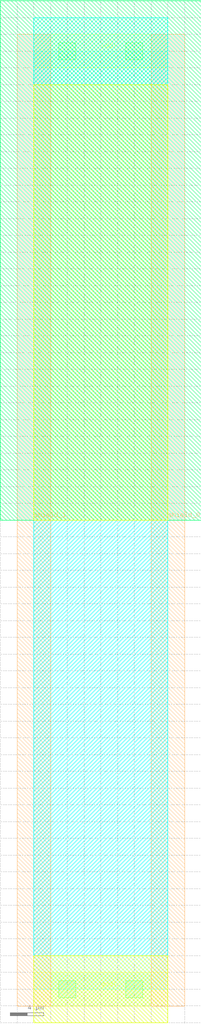
<source format=lef>
VERSION 5.3 ;
NAMESCASESENSITIVE ON ;
BUSBITCHARS "[]" ;
DIVIDERCHAR "/" ;
UNITS
  DATABASE MICRONS 1000 ;
END UNITS

LAYER nwell
  TYPE  MASTERSLICE ;
END nwell

LAYER nselect
  TYPE  MASTERSLICE ;
END nselect

LAYER pselect
  TYPE  MASTERSLICE ;
END pselect

LAYER pactive
  TYPE	MASTERSLICE ;
END pactive

LAYER nactive
  TYPE	MASTERSLICE ;
END nactive

LAYER poly
  TYPE	MASTERSLICE ;
END poly

LAYER cp
  TYPE	CUT ;
  SPACING	0.3 ;
END cp

LAYER ca
  TYPE	CUT ;
  SPACING	0.3 ;
END ca

LAYER metal1
  TYPE		ROUTING ;
  DIRECTION	HORIZONTAL ;
  PITCH		0.8  ;
  WIDTH		0.3 ;
  SPACING	0.3 ;
  RESISTANCE	RPERSQ 0 ;
  CAPACITANCE	CPERSQDIST 0 ;
  CURRENTDEN 0 ;
END metal1

LAYER via
  TYPE	CUT ;
  SPACING	0.3 ;
END via

LAYER metal2
  TYPE		ROUTING ;
  DIRECTION	VERTICAL ;
  PITCH		0.8  ;
  WIDTH		0.3 ;
  SPACING	0.3 ;
  RESISTANCE	RPERSQ 0 ;
  CAPACITANCE	CPERSQDIST 0 ;
  CURRENTDEN 0 ;
END metal2

LAYER via2
  TYPE	CUT ;
  SPACING	0.3 ;
END via2

LAYER metal3
  TYPE		ROUTING ;
  DIRECTION	HORIZONTAL ;
  PITCH		0.8  ;
  WIDTH		0.3 ;
  SPACING	0.3 ;
  RESISTANCE	RPERSQ 0 ;
  CAPACITANCE	CPERSQDIST 0 ;
  CURRENTDEN 0 ;
END metal3

LAYER LAYER42
  TYPE	MASTERSLICE ;
END LAYER42

LAYER LAYER44
  TYPE	MASTERSLICE ;
END LAYER44

LAYER LAYER45
  TYPE	MASTERSLICE ;
END LAYER45

LAYER text
  TYPE	VIRTUAL ;
END text

SPACING
  SAMENET metal1  metal1	0.3 ;
  SAMENET metal2  metal2	0.3 ;
  SAMENET metal3  metal3	0.3 ;
  SAMENET ca  ca	0.3 ;
  SAMENET ca  cp	0.3 ;
  SAMENET cp  cp	0.3 ;
  SAMENET ca  via	0.3 ;
  SAMENET cp  via	0.3 ;
  SAMENET via  via	0.3 ;
  SAMENET via2  via2	0.3 ;
  SAMENET via  via2	0.3 ;
END SPACING

VIA PTAP DEFAULT
  LAYER pactive ;
    RECT -0.200 -0.200 0.200 0.200 ;
  LAYER ca ;
    RECT -0.100 -0.100 0.100 0.100 ;
  LAYER metal1 ;
    RECT -0.200 -0.200 0.200 0.200 ;
END PTAP

VIA NTAP DEFAULT
  LAYER nactive ;
    RECT -0.200 -0.200 0.200 0.200 ;
  LAYER ca ;
    RECT -0.100 -0.100 0.100 0.100 ;
  LAYER metal1 ;
    RECT -0.200 -0.200 0.200 0.200 ;
END NTAP

VIA M1_POLY DEFAULT
  LAYER poly ;
    RECT -0.200 -0.200 0.200 0.200 ;
  LAYER cp ;
    RECT -0.100 -0.100 0.100 0.100 ;
  LAYER metal1 ;
    RECT -0.200 -0.200 0.200 0.200 ;
END M1_POLY

VIA M2_M1 DEFAULT
  LAYER metal1 ;
    RECT -0.200 -0.200 0.200 0.200 ;
  LAYER via ;
    RECT -0.100 -0.100 0.100 0.100 ;
  LAYER metal2 ;
    RECT -0.200 -0.200 0.200 0.200 ;
END M2_M1

VIA M3_M2 DEFAULT
  LAYER metal2 ;
    RECT -0.200 -0.200 0.200 0.200 ;
  LAYER via2 ;
    RECT -0.100 -0.100 0.100 0.100 ;
  LAYER metal3 ;
    RECT -0.200 -0.200 0.200 0.200 ;
END M3_M2


VIARULE VIAGEN12 GENERATE
  LAYER metal1 ;
    DIRECTION HORIZONTAL ;
    OVERHANG 0.10 ;
    METALOVERHANG 0 ;
  LAYER metal2 ;
    DIRECTION VERTICAL ;
    OVERHANG 0.10 ;
    METALOVERHANG 0 ;
  LAYER via ;
    RECT -0.10 -0.10 0.10 0.10 ;
    SPACING 0.8 BY 0.8 ;
END VIAGEN12

VIARULE VIAGEN23 GENERATE
  LAYER metal3 ;
    DIRECTION HORIZONTAL ;
    OVERHANG 0.10 ;
    METALOVERHANG 0 ;
  LAYER metal2 ;
    DIRECTION VERTICAL ;
    OVERHANG 0.10 ;
    METALOVERHANG 0 ;
  LAYER via2 ;
    RECT -0.10 -0.10 0.10 0.10 ;
    SPACING 0.8 BY 0.8 ;
END VIAGEN23

VIARULE Turn1 GENERATE
  LAYER metal1 ;
    DIRECTION HORIZONTAL ;
  LAYER metal1 ;
    DIRECTION VERTICAL ;
END Turn1

VIARULE Turn2 GENERATE
  LAYER metal2 ;
    DIRECTION HORIZONTAL ;
  LAYER metal2 ;
    DIRECTION VERTICAL ;
END Turn2

VIARULE Turn3 GENERATE
  LAYER metal3 ;
    DIRECTION HORIZONTAL ;
  LAYER metal3 ;
    DIRECTION VERTICAL ;
END Turn3

SITE  CoreSite
    CLASS       CORE ;
    SYMMETRY    Y ;
    SIZE        8.000 BY 118.000 ;
END  CoreSite

SITE  TDCoverSite
    CLASS       CORE ;
    SIZE        1.000 BY 1.000 ;
END  TDCoverSite

SITE  SBlockSite
    CLASS       CORE ;
    SIZE        1.000 BY 1.000 ;
END  SBlockSite

SITE  PortCellSite
    CLASS       PAD ;
    SIZE        1.000 BY 1.000 ;
END  PortCellSite

SITE  Core
    CLASS       CORE ;
    SYMMETRY    Y ;
    SIZE        8.000 BY 118.000 ;
END  Core

MACRO invload
  CLASS CORE ;
  FOREIGN invload -0.360 -2.270 ;
  ORIGIN 0.360 2.270 ;
  SIZE 11.520 BY 5.040 ;
  SYMMETRY X Y ;
  SITE CoreSite ;
  PIN vdd!
    DIRECTION INOUT ;
    USE POWER ;
    SHAPE ABUTMENT ;
    PORT
    LAYER METAL1 ;
    RECT -0.360 2.370 11.160 3.170 ;
    END
  END vdd!
  PIN gnd!
    DIRECTION INOUT ;
    USE GROUND ;
    SHAPE ABUTMENT ;
    PORT
    LAYER METAL1 ;
    RECT -0.360 -2.670 11.160 -1.870 ;
    END
  END gnd!
  PIN out
    DIRECTION OUTPUT ;
    PORT
    LAYER METAL2 ;
    RECT 0.580 -0.140 0.865 0.240 ;
    END
  END out
  PIN in0
    DIRECTION INPUT ;
    PORT
    LAYER METAL2 ;
    RECT -0.140 -0.140 0.140 0.240 ;
    END
  END in0
  OBS
    LAYER NWELL ;
    RECT -0.790 0.000 11.590 3.310 ;
    LAYER NIMP ;
    RECT -0.390 -1.725 1.830 0.000 ;
    RECT -0.460 2.225 11.260 2.990 ;
    LAYER PIMP ;
    RECT -0.390 0.000 11.190 2.225 ;
    RECT -0.460 -2.490 11.260 -1.725 ;
    LAYER N2V ;
    RECT -0.390 -1.725 1.830 0.000 ;
    LAYER P2V ;
    RECT -0.390 0.000 11.190 2.225 ;
    LAYER DIFF ;
    RECT -0.360 2.325 11.160 2.880 ;
    RECT -0.210 -1.255 1.650 -0.550 ;
    RECT -0.360 -2.380 11.160 -1.825 ;
    RECT -0.210 0.450 11.010 1.855 ;
    LAYER POLY1 ;
    RECT 0.270 0.000 0.450 2.075 ;
    RECT 0.990 0.000 1.170 2.075 ;
    RECT 0.270 -0.330 0.990 0.330 ;
    RECT 1.710 0.000 1.890 2.075 ;
    RECT 0.990 -0.330 1.710 0.330 ;
    RECT 2.430 0.000 2.610 2.075 ;
    RECT 1.710 -0.330 2.430 0.330 ;
    RECT 3.150 0.000 3.330 2.075 ;
    RECT 2.430 -0.330 3.150 0.330 ;
    RECT 3.870 0.000 4.050 2.075 ;
    RECT 3.150 -0.330 3.870 0.330 ;
    RECT 4.590 0.000 4.770 2.075 ;
    RECT 3.870 -0.330 4.590 0.330 ;
    RECT 5.310 0.000 5.490 2.075 ;
    RECT 4.590 -0.330 5.310 0.330 ;
    RECT 6.030 0.000 6.210 2.075 ;
    RECT 5.310 -0.330 6.030 0.330 ;
    RECT 6.750 0.000 6.930 2.075 ;
    RECT 6.030 -0.330 6.750 0.330 ;
    RECT 7.470 0.000 7.650 2.075 ;
    RECT 6.750 -0.330 7.470 0.330 ;
    RECT 8.190 0.000 8.370 2.075 ;
    RECT 7.470 -0.330 8.190 0.330 ;
    RECT 8.910 0.000 9.090 2.075 ;
    RECT 8.190 -0.330 8.910 0.330 ;
    RECT 9.630 0.000 9.810 2.075 ;
    RECT 8.910 -0.330 9.630 0.330 ;
    RECT 10.350 0.000 10.530 2.075 ;
    RECT 9.630 -0.330 10.350 0.330 ;
    RECT 0.270 -1.475 0.450 0.000 ;
    RECT 0.990 -1.475 1.170 0.000 ;
    RECT 0.270 -0.330 0.990 0.330 ;
    RECT -0.020 -0.130 0.400 0.290 ;
    LAYER METAL1 ;
    RECT -0.360 2.370 11.160 3.170 ;
    RECT -0.360 -2.670 11.160 -1.870 ;
    RECT -0.190 -0.090 0.305 0.325 ;
    RECT 0.535 -0.090 0.915 0.190 ;
    RECT -0.170 1.035 0.170 1.265 ;
    RECT -0.115 1.150 0.115 2.770 ;
    RECT 0.550 1.035 0.890 1.265 ;
    RECT 0.605 0.000 0.835 1.150 ;
    RECT 1.270 1.035 1.610 1.265 ;
    RECT 1.325 1.150 1.555 2.770 ;
    RECT 1.990 1.035 2.330 1.265 ;
    RECT 2.045 0.000 2.275 1.150 ;
    RECT 0.605 -0.090 2.275 0.140 ;
    RECT 2.710 1.035 3.050 1.265 ;
    RECT 2.765 1.150 2.995 2.770 ;
    RECT 3.430 1.035 3.770 1.265 ;
    RECT 3.485 0.000 3.715 1.150 ;
    RECT 2.045 -0.090 3.715 0.140 ;
    RECT 4.150 1.035 4.490 1.265 ;
    RECT 4.205 1.150 4.435 2.770 ;
    RECT 4.870 1.035 5.210 1.265 ;
    RECT 4.925 0.000 5.155 1.150 ;
    RECT 3.485 -0.090 5.155 0.140 ;
    RECT 5.590 1.035 5.930 1.265 ;
    RECT 5.645 1.150 5.875 2.770 ;
    RECT 6.310 1.035 6.650 1.265 ;
    RECT 6.365 0.000 6.595 1.150 ;
    RECT 4.925 -0.090 6.595 0.140 ;
    RECT 7.030 1.035 7.370 1.265 ;
    RECT 7.085 1.150 7.315 2.770 ;
    RECT 7.750 1.035 8.090 1.265 ;
    RECT 7.805 0.000 8.035 1.150 ;
    RECT 6.365 -0.090 8.035 0.140 ;
    RECT 8.470 1.035 8.810 1.265 ;
    RECT 8.525 1.150 8.755 2.770 ;
    RECT 9.190 1.035 9.530 1.265 ;
    RECT 9.245 0.000 9.475 1.150 ;
    RECT 7.805 -0.090 9.475 0.140 ;
    RECT 9.910 1.035 10.250 1.265 ;
    RECT 9.965 1.150 10.195 2.770 ;
    RECT 10.630 1.035 10.970 1.265 ;
    RECT 10.685 0.000 10.915 1.150 ;
    RECT 9.245 -0.090 10.915 0.140 ;
    RECT -0.170 -1.020 0.170 -0.790 ;
    RECT -0.115 -2.270 0.115 -0.905 ;
    RECT 0.550 -1.020 0.890 -0.790 ;
    RECT 0.605 -0.905 0.835 0.000 ;
    RECT 1.270 -1.020 1.610 -0.790 ;
    RECT 1.325 -2.270 1.555 -0.905 ;
    LAYER METAL2 ;
    RECT 0.580 -0.140 0.865 0.240 ;
    RECT -0.140 -0.140 0.140 0.240 ;
    LAYER CONT ;
    RECT 0.080 -0.030 0.300 0.190 ;
    RECT -0.110 2.425 0.110 2.645 ;
    RECT -0.110 -2.145 0.110 -1.925 ;
    RECT 0.610 2.425 0.830 2.645 ;
    RECT 0.610 -2.145 0.830 -1.925 ;
    RECT 1.330 2.425 1.550 2.645 ;
    RECT 1.330 -2.145 1.550 -1.925 ;
    RECT 2.050 2.425 2.270 2.645 ;
    RECT 2.050 -2.145 2.270 -1.925 ;
    RECT 2.770 2.425 2.990 2.645 ;
    RECT 2.770 -2.145 2.990 -1.925 ;
    RECT 3.490 2.425 3.710 2.645 ;
    RECT 3.490 -2.145 3.710 -1.925 ;
    RECT 4.210 2.425 4.430 2.645 ;
    RECT 4.210 -2.145 4.430 -1.925 ;
    RECT 4.930 2.425 5.150 2.645 ;
    RECT 4.930 -2.145 5.150 -1.925 ;
    RECT 5.650 2.425 5.870 2.645 ;
    RECT 5.650 -2.145 5.870 -1.925 ;
    RECT 6.370 2.425 6.590 2.645 ;
    RECT 6.370 -2.145 6.590 -1.925 ;
    RECT 7.090 2.425 7.310 2.645 ;
    RECT 7.090 -2.145 7.310 -1.925 ;
    RECT 7.810 2.425 8.030 2.645 ;
    RECT 7.810 -2.145 8.030 -1.925 ;
    RECT 8.530 2.425 8.750 2.645 ;
    RECT 8.530 -2.145 8.750 -1.925 ;
    RECT 9.250 2.425 9.470 2.645 ;
    RECT 9.250 -2.145 9.470 -1.925 ;
    RECT 9.970 2.425 10.190 2.645 ;
    RECT 9.970 -2.145 10.190 -1.925 ;
    RECT 10.690 2.425 10.910 2.645 ;
    RECT 10.690 -2.145 10.910 -1.925 ;
    RECT -0.110 1.040 0.110 1.260 ;
    RECT 0.610 1.040 0.830 1.260 ;
    RECT 1.330 1.040 1.550 1.260 ;
    RECT 2.050 1.040 2.270 1.260 ;
    RECT 2.770 1.040 2.990 1.260 ;
    RECT 3.490 1.040 3.710 1.260 ;
    RECT 4.210 1.040 4.430 1.260 ;
    RECT 4.930 1.040 5.150 1.260 ;
    RECT 5.650 1.040 5.870 1.260 ;
    RECT 6.370 1.040 6.590 1.260 ;
    RECT 7.090 1.040 7.310 1.260 ;
    RECT 7.810 1.040 8.030 1.260 ;
    RECT 8.530 1.040 8.750 1.260 ;
    RECT 9.250 1.040 9.470 1.260 ;
    RECT 9.970 1.040 10.190 1.260 ;
    RECT 10.690 1.040 10.910 1.260 ;
    RECT -0.110 -1.015 0.110 -0.795 ;
    RECT 0.610 -1.015 0.830 -0.795 ;
    RECT 1.330 -1.015 1.550 -0.795 ;
    LAYER VIA12 ;
    RECT -0.130 -0.080 0.130 0.180 ;
    RECT 0.595 -0.080 0.855 0.180 ;
  END
END invload
MACRO filler
  CLASS CORE ;
  FOREIGN filler -20.000 -56.000 ;
  ORIGIN 20.000 56.000 ;
  SIZE 16.000 BY 112.000 ;
  SYMMETRY X Y ;
  SITE CoreSite ;
  PIN vdd!
    DIRECTION INOUT ;
    USE POWER ;
    SHAPE ABUTMENT ;
    PORT
    LAYER METAL1 ;
    RECT -20.000 54.000 -4.000 58.000 ;
    END
  END vdd!
  PIN gnd!
    DIRECTION INOUT ;
    USE GROUND ;
    SHAPE ABUTMENT ;
    PORT
    LAYER METAL1 ;
    RECT -20.000 -58.000 -4.000 -54.000 ;
    END
  END gnd!
  PIN shield_0
    DIRECTION INOUT ;
    PORT
    LAYER METAL2 ;
    RECT -6.000 -58.000 -2.000 58.000 ;
    END
  END shield_0
  PIN shield_1
    DIRECTION INOUT ;
    PORT
    LAYER METAL2 ;
    RECT -22.000 -58.000 -18.000 58.000 ;
    END
  END shield_1
  OBS
    LAYER NWELL ;
    RECT -24.000 0.000 0.000 62.000 ;
    LAYER NIMP ;
    RECT -20.000 52.000 -4.000 60.000 ;
    RECT -20.000 -52.000 -4.000 0.000 ;
    LAYER PIMP ;
    RECT -20.000 -60.000 -4.000 -52.000 ;
    RECT -20.000 0.000 -4.000 52.000 ;
    LAYER DIFF ;
    RECT -18.000 54.000 -6.000 58.000 ;
    LAYER DIFF ;
    RECT -18.000 -58.000 -6.000 -54.000 ;
    LAYER CONT ;
    RECT -9.000 55.000 -7.000 57.000 ;
    RECT -9.000 -57.000 -7.000 -55.000 ;
    RECT -17.000 55.000 -15.000 57.000 ;
    RECT -17.000 -57.000 -15.000 -55.000 ;
  END
END filler
END LIBRARY

</source>
